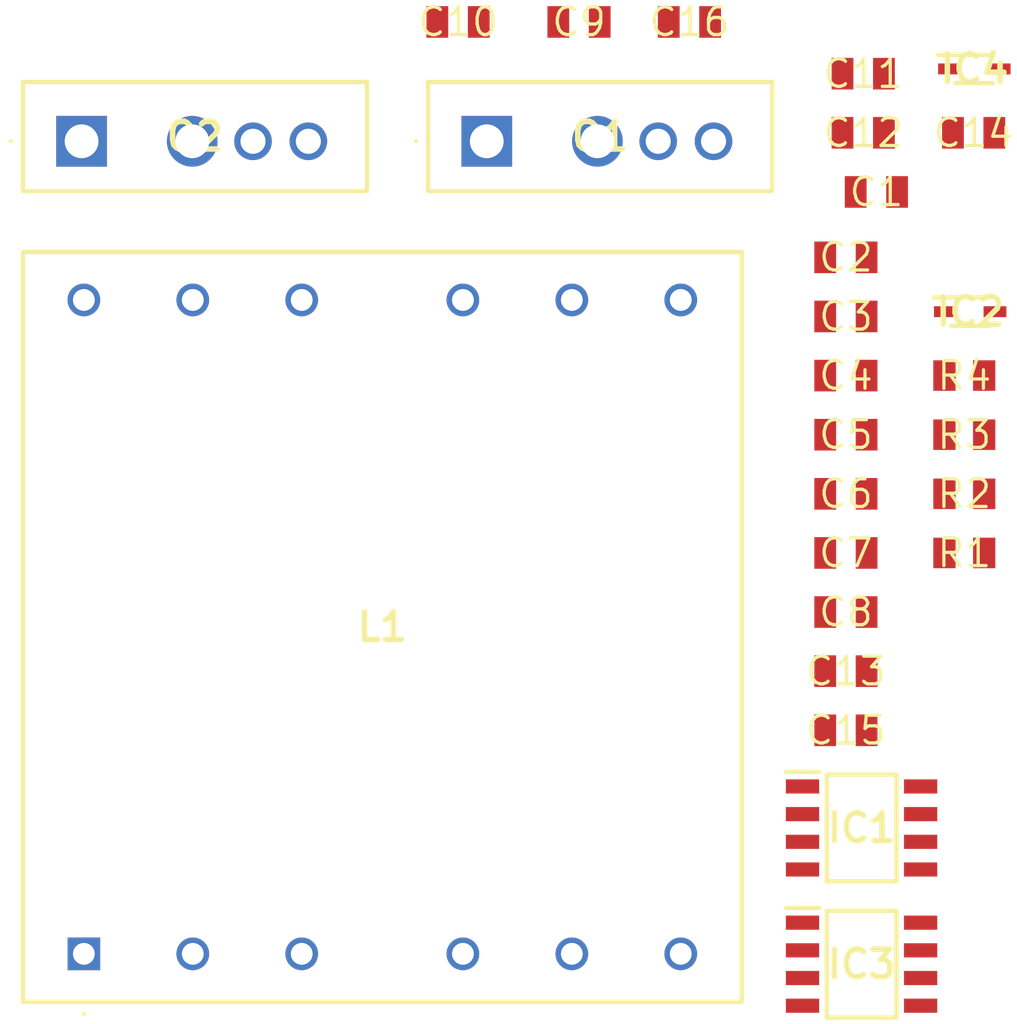
<source format=kicad_pcb>
(kicad_pcb (version 20241229) (generator "pcbnew") (generator_version "9.0")
  (layers (0 "F.Cu" signal) (2 "B.Cu" signal) (13 "F.Paste" user) (15 "B.Paste" user) (5 "F.SilkS" user "F.Silkscreen") (7 "B.SilkS" user "B.Silkscreen") (1 "F.Mask" user) (3 "B.Mask" user) (25 "Edge.Cuts" user))
  (net 0 "")
  (net 1 "VIN")
  (net 2 "VOUT")
  (net 3 "VSW")
  (net 4 "PGND")
  (net 5 "GND_PRI")
  (net 6 "VCC_12V")
  (net 7 "PWM_H")
  (net 8 "PWM_L")
  (net 9 "VDD_HS")
  (net 10 "VEE_HS")
  (net 11 "KS_HS")
  (net 12 "N$1")
  (net 13 "N$2")
  (net 14 "N$3")
  (net 15 "VDD_LS")
  (net 16 "VEE_LS")
  (net 17 "KS_LS")
  (net 18 "N$4")
  (net 19 "N$5")
  (net 20 "N$6")
  (footprint "test:C_0805" (layer "F.Cu") (at 34.981095 -21.1058)
    (property "Reference" "C6" (at 0 0 0) (layer "F.SilkS") (effects (font (size 1.27 1.27))))
    (property "Value" "100nF")
    (pad "1" smd rect (at -0.95 0) (size 1 1.45) (layers "F.Cu" "F.Mask" "F.Paste") (net 1 "VIN"))
    (pad "2" smd rect (at 0.95 0) (size 1 1.45) (layers "F.Cu" "F.Mask" "F.Paste") (net 4 "PGND"))
  )
  (footprint "test:UCC5390E" (layer "F.Cu") (at 35.7 -5.775)
    (property "Reference" "IC1" (at 0 0 0) (layer "F.SilkS") (effects (font (size 1.27 1.27) (thickness 0.254))))
    (property "Value" "UCC5390E" (hide yes))
    (fp_line (start -3.475 -2.58) (end -1.948 -2.58) (stroke (width 0.2)) (layer "F.SilkS"))
    (fp_line (start -1.598 -2.452) (end 1.598 -2.452) (stroke (width 0.2)) (layer "F.SilkS"))
    (fp_line (start -1.598 2.452) (end -1.598 -2.452) (stroke (width 0.2)) (layer "F.SilkS"))
    (fp_line (start 1.598 -2.452) (end 1.598 2.452) (stroke (width 0.2)) (layer "F.SilkS"))
    (fp_line (start 1.598 2.452) (end -1.598 2.452) (stroke (width 0.2)) (layer "F.SilkS"))
    (pad "1" smd rect (at -2.711 -1.905 90) (size 0.65 1.528) (layers "F.Cu" "F.Mask" "F.Paste") (net 6 "VCC_12V"))
    (pad "2" smd rect (at -2.711 -0.635 90) (size 0.65 1.528) (layers "F.Cu" "F.Mask" "F.Paste") (net 7 "PWM_H"))
    (pad "3" smd rect (at -2.711 0.635 90) (size 0.65 1.528) (layers "F.Cu" "F.Mask" "F.Paste") (net 5 "GND_PRI"))
    (pad "4" smd rect (at -2.711 1.905 90) (size 0.65 1.528) (layers "F.Cu" "F.Mask" "F.Paste") (net 5 "GND_PRI"))
    (pad "5" smd rect (at 2.711 1.905 90) (size 0.65 1.528) (layers "F.Cu" "F.Mask" "F.Paste") (net 9 "VDD_HS"))
    (pad "6" smd rect (at 2.711 0.635 90) (size 0.65 1.528) (layers "F.Cu" "F.Mask" "F.Paste") (net 12 "N$1"))
    (pad "7" smd rect (at 2.711 -0.635 90) (size 0.65 1.528) (layers "F.Cu" "F.Mask" "F.Paste") (net 11 "KS_HS"))
    (pad "8" smd rect (at 2.711 -1.905 90) (size 0.65 1.528) (layers "F.Cu" "F.Mask" "F.Paste") (net 10 "VEE_HS"))
  )
  (footprint "test:C_0805" (layer "F.Cu") (at 34.981095 -15.681)
    (property "Reference" "C8" (at 0 0 0) (layer "F.SilkS") (effects (font (size 1.27 1.27))))
    (property "Value" "100nF")
    (pad "1" smd rect (at -0.95 0) (size 1 1.45) (layers "F.Cu" "F.Mask" "F.Paste") (net 1 "VIN"))
    (pad "2" smd rect (at 0.95 0) (size 1 1.45) (layers "F.Cu" "F.Mask" "F.Paste") (net 4 "PGND"))
  )
  (footprint "test:C_0805" (layer "F.Cu") (at 17.176333 -42.7562)
    (property "Reference" "C10" (at 0 0 0) (layer "F.SilkS") (effects (font (size 1.27 1.27))))
    (property "Value" "22uF")
    (pad "1" smd rect (at -0.95 0) (size 1 1.45) (layers "F.Cu" "F.Mask" "F.Paste") (net 2 "VOUT"))
    (pad "2" smd rect (at 0.95 0) (size 1 1.45) (layers "F.Cu" "F.Mask" "F.Paste") (net 4 "PGND"))
  )
  (footprint "test:C_0805" (layer "F.Cu") (at 34.981095 -18.3934)
    (property "Reference" "C7" (at 0 0 0) (layer "F.SilkS") (effects (font (size 1.27 1.27))))
    (property "Value" "100nF")
    (pad "1" smd rect (at -0.95 0) (size 1 1.45) (layers "F.Cu" "F.Mask" "F.Paste") (net 1 "VIN"))
    (pad "2" smd rect (at 0.95 0) (size 1 1.45) (layers "F.Cu" "F.Mask" "F.Paste") (net 4 "PGND"))
  )
  (footprint "test:C_0805" (layer "F.Cu") (at 27.797858 -42.7562)
    (property "Reference" "C16" (at 0 0 0) (layer "F.SilkS") (effects (font (size 1.27 1.27))))
    (property "Value" "1uF")
    (pad "1" smd rect (at -0.95 0) (size 1 1.45) (layers "F.Cu" "F.Mask" "F.Paste") (net 15 "VDD_LS"))
    (pad "2" smd rect (at 0.95 0) (size 1 1.45) (layers "F.Cu" "F.Mask" "F.Paste") (net 17 "KS_LS"))
  )
  (footprint "test:IMZA65R015M2H" (layer "F.Cu") (at 18.495 -37.28)
    (property "Reference" "Q1" (at 5.205 -0.22 0) (layer "F.SilkS") (effects (font (size 1.27 1.27) (thickness 0.254))))
    (property "Value" "IMZA65R015M2H" (hide yes))
    (fp_line (start -3.3 0) (end -3.3 0) (stroke (width 0.1)) (layer "F.SilkS"))
    (fp_line (start -3.2 0) (end -3.2 0) (stroke (width 0.1)) (layer "F.SilkS"))
    (fp_line (start -2.695 -2.72) (end 13.105 -2.72) (stroke (width 0.2)) (layer "F.SilkS"))
    (fp_line (start -2.695 2.28) (end -2.695 -2.72) (stroke (width 0.2)) (layer "F.SilkS"))
    (fp_line (start 13.105 -2.72) (end 13.105 2.28) (stroke (width 0.2)) (layer "F.SilkS"))
    (fp_line (start 13.105 2.28) (end -2.695 2.28) (stroke (width 0.2)) (layer "F.SilkS"))
    (fp_arc (start -3.3 0) (mid -3.25 -0.05) (end -3.2 0) (stroke (width 0.1)) (layer "F.SilkS"))
    (fp_arc (start -3.2 0) (mid -3.25 0.05) (end -3.3 0) (stroke (width 0.1)) (layer "F.SilkS"))
    (pad "1" thru_hole rect (at 0 0) (size 2.325 2.325) (drill 1.55) (layers "*.Cu" "*.Mask") (net 1 "VIN"))
    (pad "2" thru_hole circle (at 5.08 0) (size 2.325 2.325) (drill 1.55) (layers "*.Cu" "*.Mask") (net 3 "VSW"))
    (pad "3" thru_hole circle (at 7.87 0) (size 1.725 1.725) (drill 1.15) (layers "*.Cu" "*.Mask") (net 11 "KS_HS"))
    (pad "4" thru_hole circle (at 10.41 0) (size 1.725 1.725) (drill 1.15) (layers "*.Cu" "*.Mask") (net 13 "N$2"))
  )
  (footprint "test:C_0805" (layer "F.Cu") (at 34.981095 -26.5306)
    (property "Reference" "C4" (at 0 0 0) (layer "F.SilkS") (effects (font (size 1.27 1.27))))
    (property "Value" "100nF")
    (pad "1" smd rect (at -0.95 0) (size 1 1.45) (layers "F.Cu" "F.Mask" "F.Paste") (net 1 "VIN"))
    (pad "2" smd rect (at 0.95 0) (size 1 1.45) (layers "F.Cu" "F.Mask" "F.Paste") (net 4 "PGND"))
  )
  (footprint "test:C_0805" (layer "F.Cu") (at 34.981095 -10.2562)
    (property "Reference" "C15" (at 0 0 0) (layer "F.SilkS") (effects (font (size 1.27 1.27))))
    (property "Value" "100nF")
    (pad "1" smd rect (at -0.95 0) (size 1 1.45) (layers "F.Cu" "F.Mask" "F.Paste") (net 6 "VCC_12V"))
    (pad "2" smd rect (at 0.95 0) (size 1 1.45) (layers "F.Cu" "F.Mask" "F.Paste") (net 5 "GND_PRI"))
  )
  (footprint "test:Inductor_power" (layer "F.Cu") (at 0 0)
    (property "Reference" "L1" (at 13.7 -15 0) (layer "F.SilkS") (effects (font (size 1.27 1.27) (thickness 0.254))))
    (property "Value" "Inductor_power" (hide yes))
    (fp_line (start -2.8 -32.2) (end 30.2 -32.2) (stroke (width 0.2)) (layer "F.SilkS"))
    (fp_line (start -2.8 2.2) (end -2.8 -32.2) (stroke (width 0.2)) (layer "F.SilkS"))
    (fp_line (start 0 2.7) (end 0 2.7) (stroke (width 0.1)) (layer "F.SilkS"))
    (fp_line (start 0 2.8) (end 0 2.8) (stroke (width 0.1)) (layer "F.SilkS"))
    (fp_line (start 30.2 -32.2) (end 30.2 2.2) (stroke (width 0.2)) (layer "F.SilkS"))
    (fp_line (start 30.2 2.2) (end -2.8 2.2) (stroke (width 0.2)) (layer "F.SilkS"))
    (fp_arc (start 0 2.7) (mid 0.05 2.75) (end 0 2.8) (stroke (width 0.1)) (layer "F.SilkS"))
    (fp_arc (start 0 2.8) (mid -0.05 2.75) (end 0 2.7) (stroke (width 0.1)) (layer "F.SilkS"))
    (pad "1" thru_hole rect (at 0 0) (size 1.5 1.5) (drill 1) (layers "*.Cu" "*.Mask") (net 3 "VSW"))
    (pad "2" thru_hole circle (at 5 0) (size 1.5 1.5) (drill 1) (layers "*.Cu" "*.Mask") (net 3 "VSW"))
    (pad "3" thru_hole circle (at 10 0) (size 1.5 1.5) (drill 1) (layers "*.Cu" "*.Mask") (net 3 "VSW"))
    (pad "4" thru_hole circle (at 17.4 0) (size 1.5 1.5) (drill 1) (layers "*.Cu" "*.Mask") (net 3 "VSW"))
    (pad "5" thru_hole circle (at 22.4 0) (size 1.5 1.5) (drill 1) (layers "*.Cu" "*.Mask") (net 3 "VSW"))
    (pad "6" thru_hole circle (at 27.4 0) (size 1.5 1.5) (drill 1) (layers "*.Cu" "*.Mask") (net 3 "VSW"))
    (pad "7" thru_hole circle (at 27.4 -30) (size 1.5 1.5) (drill 1) (layers "*.Cu" "*.Mask") (net 2 "VOUT"))
    (pad "8" thru_hole circle (at 22.4 -30) (size 1.5 1.5) (drill 1) (layers "*.Cu" "*.Mask") (net 2 "VOUT"))
    (pad "9" thru_hole circle (at 17.4 -30) (size 1.5 1.5) (drill 1) (layers "*.Cu" "*.Mask") (net 2 "VOUT"))
    (pad "10" thru_hole circle (at 10 -30) (size 1.5 1.5) (drill 1) (layers "*.Cu" "*.Mask") (net 2 "VOUT"))
    (pad "11" thru_hole circle (at 5 -30) (size 1.5 1.5) (drill 1) (layers "*.Cu" "*.Mask") (net 2 "VOUT"))
    (pad "12" thru_hole circle (at 0 -30) (size 1.5 1.5) (drill 1) (layers "*.Cu" "*.Mask") (net 2 "VOUT"))
  )
  (footprint "test:C_0805" (layer "F.Cu") (at 35.776333 -37.6686)
    (property "Reference" "C12" (at 0 0 0) (layer "F.SilkS") (effects (font (size 1.27 1.27))))
    (property "Value" "22uF")
    (pad "1" smd rect (at -0.95 0) (size 1 1.45) (layers "F.Cu" "F.Mask" "F.Paste") (net 2 "VOUT"))
    (pad "2" smd rect (at 0.95 0) (size 1 1.45) (layers "F.Cu" "F.Mask" "F.Paste") (net 4 "PGND"))
  )
  (footprint "test:C_0805" (layer "F.Cu") (at 34.981095 -31.9554)
    (property "Reference" "C2" (at 0 0 0) (layer "F.SilkS") (effects (font (size 1.27 1.27))))
    (property "Value" "100nF")
    (pad "1" smd rect (at -0.95 0) (size 1 1.45) (layers "F.Cu" "F.Mask" "F.Paste") (net 1 "VIN"))
    (pad "2" smd rect (at 0.95 0) (size 1 1.45) (layers "F.Cu" "F.Mask" "F.Paste") (net 4 "PGND"))
  )
  (footprint "test:C_0805" (layer "F.Cu") (at 34.981095 -23.8182)
    (property "Reference" "C5" (at 0 0 0) (layer "F.SilkS") (effects (font (size 1.27 1.27))))
    (property "Value" "100nF")
    (pad "1" smd rect (at -0.95 0) (size 1 1.45) (layers "F.Cu" "F.Mask" "F.Paste") (net 1 "VIN"))
    (pad "2" smd rect (at 0.95 0) (size 1 1.45) (layers "F.Cu" "F.Mask" "F.Paste") (net 4 "PGND"))
  )
  (footprint "test:IMZA65R015M2H" (layer "F.Cu") (at -0.105 -37.28)
    (property "Reference" "Q2" (at 5.205 -0.22 0) (layer "F.SilkS") (effects (font (size 1.27 1.27) (thickness 0.254))))
    (property "Value" "IMZA65R015M2H" (hide yes))
    (fp_line (start -3.3 0) (end -3.3 0) (stroke (width 0.1)) (layer "F.SilkS"))
    (fp_line (start -3.2 0) (end -3.2 0) (stroke (width 0.1)) (layer "F.SilkS"))
    (fp_line (start -2.695 -2.72) (end 13.105 -2.72) (stroke (width 0.2)) (layer "F.SilkS"))
    (fp_line (start -2.695 2.28) (end -2.695 -2.72) (stroke (width 0.2)) (layer "F.SilkS"))
    (fp_line (start 13.105 -2.72) (end 13.105 2.28) (stroke (width 0.2)) (layer "F.SilkS"))
    (fp_line (start 13.105 2.28) (end -2.695 2.28) (stroke (width 0.2)) (layer "F.SilkS"))
    (fp_arc (start -3.3 0) (mid -3.25 -0.05) (end -3.2 0) (stroke (width 0.1)) (layer "F.SilkS"))
    (fp_arc (start -3.2 0) (mid -3.25 0.05) (end -3.3 0) (stroke (width 0.1)) (layer "F.SilkS"))
    (pad "1" thru_hole rect (at 0 0) (size 2.325 2.325) (drill 1.55) (layers "*.Cu" "*.Mask") (net 3 "VSW"))
    (pad "2" thru_hole circle (at 5.08 0) (size 2.325 2.325) (drill 1.55) (layers "*.Cu" "*.Mask") (net 4 "PGND"))
    (pad "3" thru_hole circle (at 7.87 0) (size 1.725 1.725) (drill 1.15) (layers "*.Cu" "*.Mask") (net 17 "KS_LS"))
    (pad "4" thru_hole circle (at 10.41 0) (size 1.725 1.725) (drill 1.15) (layers "*.Cu" "*.Mask") (net 19 "N$5"))
  )
  (footprint "test:R_0805" (layer "F.Cu") (at 40.417191 -23.8182)
    (property "Reference" "R3" (at 0 0 0) (layer "F.SilkS") (effects (font (size 1.27 1.27))))
    (property "Value" "10")
    (pad "1" smd rect (at -0.9125 0) (size 1.025 1.4) (layers "F.Cu" "F.Mask" "F.Paste") (net 18 "N$4"))
    (pad "2" smd rect (at 0.9125 0) (size 1.025 1.4) (layers "F.Cu" "F.Mask" "F.Paste") (net 19 "N$5"))
  )
  (footprint "test:R_0805" (layer "F.Cu") (at 40.417191 -26.5306)
    (property "Reference" "R4" (at 0 0 0) (layer "F.SilkS") (effects (font (size 1.27 1.27))))
    (property "Value" "4.7")
    (pad "1" smd rect (at -0.9125 0) (size 1.025 1.4) (layers "F.Cu" "F.Mask" "F.Paste") (net 20 "N$6"))
    (pad "2" smd rect (at 0.9125 0) (size 1.025 1.4) (layers "F.Cu" "F.Mask" "F.Paste") (net 19 "N$5"))
  )
  (footprint "test:R_0805" (layer "F.Cu") (at 40.417191 -21.1058)
    (property "Reference" "R2" (at 0 0 0) (layer "F.SilkS") (effects (font (size 1.27 1.27))))
    (property "Value" "4.7")
    (pad "1" smd rect (at -0.9125 0) (size 1.025 1.4) (layers "F.Cu" "F.Mask" "F.Paste") (net 14 "N$3"))
    (pad "2" smd rect (at 0.9125 0) (size 1.025 1.4) (layers "F.Cu" "F.Mask" "F.Paste") (net 13 "N$2"))
  )
  (footprint "test:UCC5390E" (layer "F.Cu") (at 35.7 0.475)
    (property "Reference" "IC3" (at 0 0 0) (layer "F.SilkS") (effects (font (size 1.27 1.27) (thickness 0.254))))
    (property "Value" "UCC5390E" (hide yes))
    (fp_line (start -3.475 -2.58) (end -1.948 -2.58) (stroke (width 0.2)) (layer "F.SilkS"))
    (fp_line (start -1.598 -2.452) (end 1.598 -2.452) (stroke (width 0.2)) (layer "F.SilkS"))
    (fp_line (start -1.598 2.452) (end -1.598 -2.452) (stroke (width 0.2)) (layer "F.SilkS"))
    (fp_line (start 1.598 -2.452) (end 1.598 2.452) (stroke (width 0.2)) (layer "F.SilkS"))
    (fp_line (start 1.598 2.452) (end -1.598 2.452) (stroke (width 0.2)) (layer "F.SilkS"))
    (pad "1" smd rect (at -2.711 -1.905 90) (size 0.65 1.528) (layers "F.Cu" "F.Mask" "F.Paste") (net 6 "VCC_12V"))
    (pad "2" smd rect (at -2.711 -0.635 90) (size 0.65 1.528) (layers "F.Cu" "F.Mask" "F.Paste") (net 8 "PWM_L"))
    (pad "3" smd rect (at -2.711 0.635 90) (size 0.65 1.528) (layers "F.Cu" "F.Mask" "F.Paste") (net 5 "GND_PRI"))
    (pad "4" smd rect (at -2.711 1.905 90) (size 0.65 1.528) (layers "F.Cu" "F.Mask" "F.Paste") (net 5 "GND_PRI"))
    (pad "5" smd rect (at 2.711 1.905 90) (size 0.65 1.528) (layers "F.Cu" "F.Mask" "F.Paste") (net 15 "VDD_LS"))
    (pad "6" smd rect (at 2.711 0.635 90) (size 0.65 1.528) (layers "F.Cu" "F.Mask" "F.Paste") (net 18 "N$4"))
    (pad "7" smd rect (at 2.711 -0.635 90) (size 0.65 1.528) (layers "F.Cu" "F.Mask" "F.Paste") (net 17 "KS_LS"))
    (pad "8" smd rect (at 2.711 -1.905 90) (size 0.65 1.528) (layers "F.Cu" "F.Mask" "F.Paste") (net 16 "VEE_LS"))
  )
  (footprint "test:C_0805" (layer "F.Cu") (at 40.845191 -37.6686)
    (property "Reference" "C14" (at 0 0 0) (layer "F.SilkS") (effects (font (size 1.27 1.27))))
    (property "Value" "1uF")
    (pad "1" smd rect (at -0.95 0) (size 1 1.45) (layers "F.Cu" "F.Mask" "F.Paste") (net 9 "VDD_HS"))
    (pad "2" smd rect (at 0.95 0) (size 1 1.45) (layers "F.Cu" "F.Mask" "F.Paste") (net 11 "KS_HS"))
  )
  (footprint "test:R_0805" (layer "F.Cu") (at 40.417191 -18.3934)
    (property "Reference" "R1" (at 0 0 0) (layer "F.SilkS") (effects (font (size 1.27 1.27))))
    (property "Value" "10")
    (pad "1" smd rect (at -0.9125 0) (size 1.025 1.4) (layers "F.Cu" "F.Mask" "F.Paste") (net 12 "N$1"))
    (pad "2" smd rect (at 0.9125 0) (size 1.025 1.4) (layers "F.Cu" "F.Mask" "F.Paste") (net 13 "N$2"))
  )
  (footprint "test:C_0805" (layer "F.Cu") (at 35.776333 -40.381)
    (property "Reference" "C11" (at 0 0 0) (layer "F.SilkS") (effects (font (size 1.27 1.27))))
    (property "Value" "22uF")
    (pad "1" smd rect (at -0.95 0) (size 1 1.45) (layers "F.Cu" "F.Mask" "F.Paste") (net 2 "VOUT"))
    (pad "2" smd rect (at 0.95 0) (size 1 1.45) (layers "F.Cu" "F.Mask" "F.Paste") (net 4 "PGND"))
  )
  (footprint "test:BAT165" (layer "F.Cu") (at 40.687191 -29.4618)
    (property "Reference" "IC2" (at 0 0 0) (layer "F.SilkS") (effects (font (size 1.27 1.27) (thickness 0.254))))
    (property "Value" "D" (hide yes))
    (fp_line (start -1.662 -0.65) (end 0.875 -0.65) (stroke (width 0.2)) (layer "F.SilkS"))
    (fp_line (start -0.875 0.65) (end 0.875 0.65) (stroke (width 0.2)) (layer "F.SilkS"))
    (pad "1" smd rect (at -1.138 0 90) (size 0.5 1.05) (layers "F.Cu" "F.Mask" "F.Paste") (net 12 "N$1"))
    (pad "2" smd rect (at 1.138 0 90) (size 0.5 1.05) (layers "F.Cu" "F.Mask" "F.Paste") (net 14 "N$3"))
  )
  (footprint "test:C_0805" (layer "F.Cu") (at 36.381095 -34.9562)
    (property "Reference" "C1" (at 0 0 0) (layer "F.SilkS") (effects (font (size 1.27 1.27))))
    (property "Value" "100nF")
    (pad "1" smd rect (at -0.95 0) (size 1 1.45) (layers "F.Cu" "F.Mask" "F.Paste") (net 1 "VIN"))
    (pad "2" smd rect (at 0.95 0) (size 1 1.45) (layers "F.Cu" "F.Mask" "F.Paste") (net 4 "PGND"))
  )
  (footprint "test:BAT165" (layer "F.Cu") (at 40.877667 -40.5998)
    (property "Reference" "IC4" (at 0 0 0) (layer "F.SilkS") (effects (font (size 1.27 1.27) (thickness 0.254))))
    (property "Value" "D" (hide yes))
    (fp_line (start -1.662 -0.65) (end 0.875 -0.65) (stroke (width 0.2)) (layer "F.SilkS"))
    (fp_line (start -0.875 0.65) (end 0.875 0.65) (stroke (width 0.2)) (layer "F.SilkS"))
    (pad "1" smd rect (at -1.138 0 90) (size 0.5 1.05) (layers "F.Cu" "F.Mask" "F.Paste") (net 18 "N$4"))
    (pad "2" smd rect (at 1.138 0 90) (size 0.5 1.05) (layers "F.Cu" "F.Mask" "F.Paste") (net 20 "N$6"))
  )
  (footprint "test:C_0805" (layer "F.Cu") (at 34.981095 -12.9686)
    (property "Reference" "C13" (at 0 0 0) (layer "F.SilkS") (effects (font (size 1.27 1.27))))
    (property "Value" "100nF")
    (pad "1" smd rect (at -0.95 0) (size 1 1.45) (layers "F.Cu" "F.Mask" "F.Paste") (net 6 "VCC_12V"))
    (pad "2" smd rect (at 0.95 0) (size 1 1.45) (layers "F.Cu" "F.Mask" "F.Paste") (net 5 "GND_PRI"))
  )
  (footprint "test:C_0805" (layer "F.Cu") (at 34.981095 -29.243)
    (property "Reference" "C3" (at 0 0 0) (layer "F.SilkS") (effects (font (size 1.27 1.27))))
    (property "Value" "100nF")
    (pad "1" smd rect (at -0.95 0) (size 1 1.45) (layers "F.Cu" "F.Mask" "F.Paste") (net 1 "VIN"))
    (pad "2" smd rect (at 0.95 0) (size 1 1.45) (layers "F.Cu" "F.Mask" "F.Paste") (net 4 "PGND"))
  )
  (footprint "test:C_0805" (layer "F.Cu") (at 22.729 -42.7562)
    (property "Reference" "C9" (at 0 0 0) (layer "F.SilkS") (effects (font (size 1.27 1.27))))
    (property "Value" "22uF")
    (pad "1" smd rect (at -0.95 0) (size 1 1.45) (layers "F.Cu" "F.Mask" "F.Paste") (net 2 "VOUT"))
    (pad "2" smd rect (at 0.95 0) (size 1 1.45) (layers "F.Cu" "F.Mask" "F.Paste") (net 4 "PGND"))
  )
)
</source>
